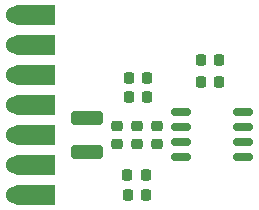
<source format=gts>
G04 #@! TF.GenerationSoftware,KiCad,Pcbnew,(6.0.8)*
G04 #@! TF.CreationDate,2023-05-27T16:58:21+02:00*
G04 #@! TF.ProjectId,10_Audio_Facile,31305f41-7564-4696-9f5f-466163696c65,rev?*
G04 #@! TF.SameCoordinates,Original*
G04 #@! TF.FileFunction,Soldermask,Top*
G04 #@! TF.FilePolarity,Negative*
%FSLAX46Y46*%
G04 Gerber Fmt 4.6, Leading zero omitted, Abs format (unit mm)*
G04 Created by KiCad (PCBNEW (6.0.8)) date 2023-05-27 16:58:21*
%MOMM*%
%LPD*%
G01*
G04 APERTURE LIST*
G04 Aperture macros list*
%AMRoundRect*
0 Rectangle with rounded corners*
0 $1 Rounding radius*
0 $2 $3 $4 $5 $6 $7 $8 $9 X,Y pos of 4 corners*
0 Add a 4 corners polygon primitive as box body*
4,1,4,$2,$3,$4,$5,$6,$7,$8,$9,$2,$3,0*
0 Add four circle primitives for the rounded corners*
1,1,$1+$1,$2,$3*
1,1,$1+$1,$4,$5*
1,1,$1+$1,$6,$7*
1,1,$1+$1,$8,$9*
0 Add four rect primitives between the rounded corners*
20,1,$1+$1,$2,$3,$4,$5,0*
20,1,$1+$1,$4,$5,$6,$7,0*
20,1,$1+$1,$6,$7,$8,$9,0*
20,1,$1+$1,$8,$9,$2,$3,0*%
%AMFreePoly0*
4,1,19,2.294749,0.844703,2.473926,0.804652,2.640323,0.727060,2.786177,0.615546,2.904682,0.475314,2.990310,0.312906,3.039066,0.135899,3.048675,-0.047448,3.018688,-0.228582,2.950505,-0.399051,2.847308,-0.550902,2.713909,-0.677050,2.556534,-0.771611,2.382525,-0.830171,2.200000,-0.850000,-0.850000,-0.850000,-0.850000,0.850000,2.200000,0.850000,2.294749,0.844703,2.294749,0.844703,
$1*%
G04 Aperture macros list end*
%ADD10RoundRect,0.250000X1.100000X-0.325000X1.100000X0.325000X-1.100000X0.325000X-1.100000X-0.325000X0*%
%ADD11RoundRect,0.225000X0.250000X-0.225000X0.250000X0.225000X-0.250000X0.225000X-0.250000X-0.225000X0*%
%ADD12RoundRect,0.225000X-0.225000X-0.250000X0.225000X-0.250000X0.225000X0.250000X-0.225000X0.250000X0*%
%ADD13RoundRect,0.225000X0.225000X0.250000X-0.225000X0.250000X-0.225000X-0.250000X0.225000X-0.250000X0*%
%ADD14RoundRect,0.218750X0.218750X0.256250X-0.218750X0.256250X-0.218750X-0.256250X0.218750X-0.256250X0*%
%ADD15RoundRect,0.150000X0.675000X0.150000X-0.675000X0.150000X-0.675000X-0.150000X0.675000X-0.150000X0*%
%ADD16FreePoly0,180.000000*%
%ADD17C,1.524000*%
G04 APERTURE END LIST*
D10*
X107696000Y-72595000D03*
X107696000Y-69645000D03*
D11*
X110236000Y-71895000D03*
X110236000Y-70345000D03*
X111912400Y-71895000D03*
X111912400Y-70345000D03*
X113588800Y-71895000D03*
X113588800Y-70345000D03*
D12*
X111239000Y-66294000D03*
X112789000Y-66294000D03*
D13*
X118885000Y-64770000D03*
X117335000Y-64770000D03*
X118885000Y-66675000D03*
X117335000Y-66675000D03*
X112662000Y-76200000D03*
X111112000Y-76200000D03*
D14*
X112801500Y-67945000D03*
X111226500Y-67945000D03*
X112674500Y-74549000D03*
X111099500Y-74549000D03*
D15*
X120887400Y-73025000D03*
X120887400Y-71755000D03*
X120887400Y-70485000D03*
X120887400Y-69215000D03*
X115637400Y-69215000D03*
X115637400Y-70485000D03*
X115637400Y-71755000D03*
X115637400Y-73025000D03*
D16*
X104140000Y-68580000D03*
D17*
X101600000Y-68580000D03*
X101600000Y-73660000D03*
D16*
X104140000Y-73660000D03*
X104140000Y-71120000D03*
D17*
X101600000Y-71120000D03*
X101600000Y-63500000D03*
D16*
X104140000Y-63500000D03*
D17*
X101600000Y-60960000D03*
D16*
X104140000Y-60960000D03*
D17*
X101600000Y-76200000D03*
D16*
X104140000Y-76200000D03*
X104140000Y-66040000D03*
D17*
X101600000Y-66040000D03*
M02*

</source>
